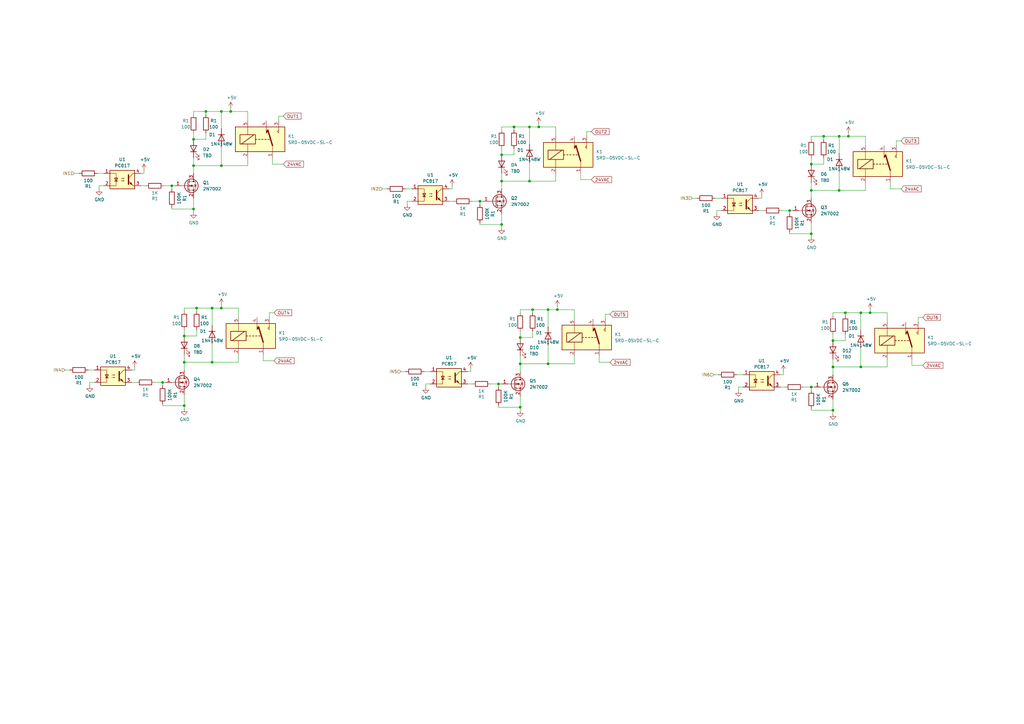
<source format=kicad_sch>
(kicad_sch (version 20230121) (generator eeschema)
  (paper "A3")
  (junction (at 205.74 74.295))
  (junction (at 75.565 137.795))
  (junction (at 75.565 148.59))
  (junction (at 347.98 55.88))
  (junction (at 323.85 86.36))
  (junction (at 346.71 128.27))
  (junction (at 213.36 149.225))
  (junction (at 196.85 82.55))
  (junction (at 344.17 78.105))
  (junction (at 86.995 148.59))
  (junction (at 344.17 55.88))
  (junction (at 217.17 74.295))
  (junction (at 341.63 139.7))
  (junction (at 79.375 85.725))
  (junction (at 228.6 127))
  (junction (at 90.805 126.365))
  (junction (at 86.995 126.365))
  (junction (at 353.06 128.27))
  (junction (at 90.805 45.72))
  (junction (at 84.455 45.72))
  (junction (at 332.74 158.75))
  (junction (at 341.63 168.275))
  (junction (at 79.375 57.15))
  (junction (at 66.675 156.845))
  (junction (at 332.74 67.31))
  (junction (at 224.79 149.225))
  (junction (at 332.74 78.105))
  (junction (at 341.63 150.495))
  (junction (at 356.87 128.27))
  (junction (at 94.615 45.72))
  (junction (at 70.485 76.2))
  (junction (at 353.06 150.495))
  (junction (at 205.74 63.5))
  (junction (at 224.79 127))
  (junction (at 220.98 52.07))
  (junction (at 332.74 95.885))
  (junction (at 210.82 52.07))
  (junction (at 213.36 167.005))
  (junction (at 205.74 92.075))
  (junction (at 217.17 52.07))
  (junction (at 213.36 138.43))
  (junction (at 79.375 67.945))
  (junction (at 204.47 157.48))
  (junction (at 75.565 166.37))
  (junction (at 80.645 126.365))
  (junction (at 90.805 67.945))
  (junction (at 337.82 55.88))
  (junction (at 218.44 127))
  (wire (pts (xy 329.565 158.75) (xy 332.74 158.75)))
  (wire (pts (xy 337.82 55.88) (xy 332.74 55.88)))
  (wire (pts (xy 94.615 44.45) (xy 94.615 45.72)))
  (wire (pts (xy 84.455 54.61) (xy 84.455 57.15)))
  (wire (pts (xy 75.565 135.255) (xy 75.565 137.795)))
  (wire (pts (xy 347.98 55.88) (xy 354.965 55.88)))
  (wire (pts (xy 218.44 135.89) (xy 218.44 138.43)))
  (wire (pts (xy 374.015 149.86) (xy 378.46 149.86)))
  (wire (pts (xy 101.6 45.72) (xy 101.6 49.53)))
  (wire (pts (xy 210.82 52.07) (xy 210.82 53.34)))
  (wire (pts (xy 63.5 156.845) (xy 66.675 156.845)))
  (wire (pts (xy 26.67 151.765) (xy 28.575 151.765)))
  (wire (pts (xy 79.375 45.72) (xy 79.375 46.99)))
  (wire (pts (xy 210.82 60.96) (xy 210.82 63.5)))
  (wire (pts (xy 205.74 60.96) (xy 205.74 63.5)))
  (wire (pts (xy 57.785 76.2) (xy 59.69 76.2)))
  (wire (pts (xy 363.855 128.27) (xy 363.855 132.08)))
  (wire (pts (xy 292.735 153.67) (xy 294.64 153.67)))
  (wire (pts (xy 346.71 128.27) (xy 341.63 128.27)))
  (wire (pts (xy 107.95 145.415) (xy 107.95 147.955)))
  (wire (pts (xy 156.845 77.47) (xy 158.75 77.47)))
  (wire (pts (xy 235.585 146.05) (xy 235.585 149.225)))
  (wire (pts (xy 30.48 71.12) (xy 32.385 71.12)))
  (wire (pts (xy 248.285 128.905) (xy 250.19 128.905)))
  (wire (pts (xy 110.49 128.27) (xy 112.395 128.27)))
  (wire (pts (xy 365.125 77.47) (xy 369.57 77.47)))
  (wire (pts (xy 332.74 158.75) (xy 334.01 158.75)))
  (wire (pts (xy 75.565 166.37) (xy 75.565 167.64)))
  (wire (pts (xy 53.975 156.845) (xy 55.88 156.845)))
  (wire (pts (xy 344.17 78.105) (xy 344.17 70.485)))
  (wire (pts (xy 205.74 52.07) (xy 205.74 53.34)))
  (wire (pts (xy 227.965 52.07) (xy 227.965 55.88)))
  (wire (pts (xy 354.965 55.88) (xy 354.965 59.69)))
  (wire (pts (xy 346.71 139.7) (xy 341.63 139.7)))
  (wire (pts (xy 332.74 78.105) (xy 344.17 78.105)))
  (wire (pts (xy 294.005 86.36) (xy 294.005 87.63)))
  (wire (pts (xy 36.195 151.765) (xy 38.735 151.765)))
  (wire (pts (xy 353.06 150.495) (xy 353.06 142.875)))
  (wire (pts (xy 213.36 135.89) (xy 213.36 138.43)))
  (wire (pts (xy 75.565 126.365) (xy 75.565 127.635)))
  (wire (pts (xy 341.63 163.83) (xy 341.63 168.275)))
  (wire (pts (xy 94.615 45.72) (xy 101.6 45.72)))
  (wire (pts (xy 228.6 127) (xy 235.585 127)))
  (wire (pts (xy 320.04 158.75) (xy 321.945 158.75)))
  (wire (pts (xy 205.74 74.295) (xy 217.17 74.295)))
  (wire (pts (xy 210.82 63.5) (xy 205.74 63.5)))
  (wire (pts (xy 218.44 127) (xy 218.44 128.27)))
  (wire (pts (xy 55.245 151.765) (xy 55.245 150.495)))
  (wire (pts (xy 101.6 64.77) (xy 101.6 67.945)))
  (wire (pts (xy 84.455 57.15) (xy 79.375 57.15)))
  (wire (pts (xy 353.06 150.495) (xy 363.855 150.495)))
  (wire (pts (xy 75.565 148.59) (xy 75.565 151.765)))
  (wire (pts (xy 42.545 76.2) (xy 40.64 76.2)))
  (wire (pts (xy 204.47 167.005) (xy 213.36 167.005)))
  (wire (pts (xy 79.375 64.77) (xy 79.375 67.945)))
  (wire (pts (xy 245.745 146.05) (xy 245.745 148.59)))
  (wire (pts (xy 164.465 152.4) (xy 166.37 152.4)))
  (wire (pts (xy 240.665 53.975) (xy 242.57 53.975)))
  (wire (pts (xy 320.04 153.67) (xy 321.31 153.67)))
  (wire (pts (xy 304.8 158.75) (xy 302.895 158.75)))
  (wire (pts (xy 337.82 55.88) (xy 337.82 57.15)))
  (wire (pts (xy 75.565 148.59) (xy 86.995 148.59)))
  (wire (pts (xy 238.125 73.66) (xy 242.57 73.66)))
  (wire (pts (xy 201.295 157.48) (xy 204.47 157.48)))
  (wire (pts (xy 80.645 137.795) (xy 75.565 137.795)))
  (wire (pts (xy 347.98 54.61) (xy 347.98 55.88)))
  (wire (pts (xy 59.055 71.12) (xy 59.055 69.85)))
  (wire (pts (xy 80.645 126.365) (xy 75.565 126.365)))
  (wire (pts (xy 220.98 50.8) (xy 220.98 52.07)))
  (wire (pts (xy 341.63 147.32) (xy 341.63 150.495)))
  (wire (pts (xy 86.995 126.365) (xy 90.805 126.365)))
  (wire (pts (xy 217.17 52.07) (xy 210.82 52.07)))
  (wire (pts (xy 90.805 52.705) (xy 90.805 45.72)))
  (wire (pts (xy 238.125 71.12) (xy 238.125 73.66)))
  (wire (pts (xy 185.42 77.47) (xy 185.42 76.2)))
  (wire (pts (xy 191.77 152.4) (xy 193.04 152.4)))
  (wire (pts (xy 344.17 55.88) (xy 337.82 55.88)))
  (wire (pts (xy 97.79 126.365) (xy 97.79 130.175)))
  (wire (pts (xy 86.995 126.365) (xy 80.645 126.365)))
  (wire (pts (xy 332.74 74.93) (xy 332.74 78.105)))
  (wire (pts (xy 66.675 156.845) (xy 67.945 156.845)))
  (wire (pts (xy 224.79 127) (xy 228.6 127)))
  (wire (pts (xy 323.85 95.885) (xy 332.74 95.885)))
  (wire (pts (xy 344.17 62.865) (xy 344.17 55.88)))
  (wire (pts (xy 217.17 74.295) (xy 227.965 74.295)))
  (wire (pts (xy 213.36 146.05) (xy 213.36 149.225)))
  (wire (pts (xy 210.82 52.07) (xy 205.74 52.07)))
  (wire (pts (xy 191.77 157.48) (xy 193.675 157.48)))
  (wire (pts (xy 332.74 160.02) (xy 332.74 158.75)))
  (wire (pts (xy 107.95 147.955) (xy 112.395 147.955)))
  (wire (pts (xy 196.85 92.075) (xy 205.74 92.075)))
  (wire (pts (xy 323.85 95.885) (xy 323.85 95.25)))
  (wire (pts (xy 193.04 152.4) (xy 193.04 151.13)))
  (wire (pts (xy 224.79 127) (xy 218.44 127)))
  (wire (pts (xy 346.71 128.27) (xy 346.71 129.54)))
  (wire (pts (xy 311.15 86.36) (xy 313.055 86.36)))
  (wire (pts (xy 166.37 77.47) (xy 168.91 77.47)))
  (wire (pts (xy 167.005 82.55) (xy 167.005 83.82)))
  (wire (pts (xy 204.47 167.005) (xy 204.47 166.37)))
  (wire (pts (xy 332.74 55.88) (xy 332.74 57.15)))
  (wire (pts (xy 341.63 137.16) (xy 341.63 139.7)))
  (wire (pts (xy 332.74 78.105) (xy 332.74 81.28)))
  (wire (pts (xy 205.74 74.295) (xy 205.74 77.47)))
  (wire (pts (xy 213.36 127) (xy 213.36 128.27)))
  (wire (pts (xy 376.555 130.175) (xy 378.46 130.175)))
  (wire (pts (xy 217.17 74.295) (xy 217.17 66.675)))
  (wire (pts (xy 90.805 45.72) (xy 84.455 45.72)))
  (wire (pts (xy 75.565 161.925) (xy 75.565 166.37)))
  (wire (pts (xy 376.555 132.08) (xy 376.555 130.175)))
  (wire (pts (xy 114.3 47.625) (xy 116.205 47.625)))
  (wire (pts (xy 204.47 157.48) (xy 205.74 157.48)))
  (wire (pts (xy 196.85 82.55) (xy 198.12 82.55)))
  (wire (pts (xy 66.675 166.37) (xy 75.565 166.37)))
  (wire (pts (xy 90.805 45.72) (xy 94.615 45.72)))
  (wire (pts (xy 196.85 83.82) (xy 196.85 82.55)))
  (wire (pts (xy 224.79 149.225) (xy 235.585 149.225)))
  (wire (pts (xy 235.585 127) (xy 235.585 130.81)))
  (wire (pts (xy 184.15 82.55) (xy 186.055 82.55)))
  (wire (pts (xy 111.76 67.31) (xy 116.205 67.31)))
  (wire (pts (xy 224.79 149.225) (xy 224.79 141.605)))
  (wire (pts (xy 311.15 81.28) (xy 312.42 81.28)))
  (wire (pts (xy 323.85 86.36) (xy 325.12 86.36)))
  (wire (pts (xy 218.44 138.43) (xy 213.36 138.43)))
  (wire (pts (xy 344.17 78.105) (xy 354.965 78.105)))
  (wire (pts (xy 220.98 52.07) (xy 227.965 52.07)))
  (wire (pts (xy 174.625 157.48) (xy 174.625 158.75)))
  (wire (pts (xy 70.485 76.2) (xy 71.755 76.2)))
  (wire (pts (xy 70.485 85.725) (xy 79.375 85.725)))
  (wire (pts (xy 80.645 126.365) (xy 80.645 127.635)))
  (wire (pts (xy 341.63 128.27) (xy 341.63 129.54)))
  (wire (pts (xy 36.83 156.845) (xy 36.83 158.115)))
  (wire (pts (xy 356.87 128.27) (xy 363.855 128.27)))
  (wire (pts (xy 70.485 85.725) (xy 70.485 85.09)))
  (wire (pts (xy 295.91 86.36) (xy 294.005 86.36)))
  (wire (pts (xy 320.675 86.36) (xy 323.85 86.36)))
  (wire (pts (xy 66.675 166.37) (xy 66.675 165.735)))
  (wire (pts (xy 176.53 157.48) (xy 174.625 157.48)))
  (wire (pts (xy 86.995 133.35) (xy 86.995 126.365)))
  (wire (pts (xy 184.15 77.47) (xy 185.42 77.47)))
  (wire (pts (xy 40.005 71.12) (xy 42.545 71.12)))
  (wire (pts (xy 293.37 81.28) (xy 295.91 81.28)))
  (wire (pts (xy 213.36 162.56) (xy 213.36 167.005)))
  (wire (pts (xy 86.995 148.59) (xy 97.79 148.59)))
  (wire (pts (xy 204.47 158.75) (xy 204.47 157.48)))
  (wire (pts (xy 53.975 151.765) (xy 55.245 151.765)))
  (wire (pts (xy 67.31 76.2) (xy 70.485 76.2)))
  (wire (pts (xy 217.17 59.055) (xy 217.17 52.07)))
  (wire (pts (xy 323.85 87.63) (xy 323.85 86.36)))
  (wire (pts (xy 90.805 126.365) (xy 97.79 126.365)))
  (wire (pts (xy 341.63 168.275) (xy 341.63 169.545)))
  (wire (pts (xy 332.74 168.275) (xy 332.74 167.64)))
  (wire (pts (xy 75.565 145.415) (xy 75.565 148.59)))
  (wire (pts (xy 332.74 95.885) (xy 332.74 97.155)))
  (wire (pts (xy 240.665 55.88) (xy 240.665 53.975)))
  (wire (pts (xy 66.675 158.115) (xy 66.675 156.845)))
  (wire (pts (xy 213.36 149.225) (xy 213.36 152.4)))
  (wire (pts (xy 337.82 64.77) (xy 337.82 67.31)))
  (wire (pts (xy 227.965 71.12) (xy 227.965 74.295)))
  (wire (pts (xy 111.76 64.77) (xy 111.76 67.31)))
  (wire (pts (xy 86.995 148.59) (xy 86.995 140.97)))
  (wire (pts (xy 196.85 92.075) (xy 196.85 91.44)))
  (wire (pts (xy 79.375 54.61) (xy 79.375 57.15)))
  (wire (pts (xy 312.42 81.28) (xy 312.42 80.01)))
  (wire (pts (xy 344.17 55.88) (xy 347.98 55.88)))
  (wire (pts (xy 283.845 81.28) (xy 285.75 81.28)))
  (wire (pts (xy 302.26 153.67) (xy 304.8 153.67)))
  (wire (pts (xy 367.665 59.69) (xy 367.665 57.785)))
  (wire (pts (xy 97.79 145.415) (xy 97.79 148.59)))
  (wire (pts (xy 213.36 149.225) (xy 224.79 149.225)))
  (wire (pts (xy 84.455 45.72) (xy 84.455 46.99)))
  (wire (pts (xy 79.375 67.945) (xy 90.805 67.945)))
  (wire (pts (xy 80.645 135.255) (xy 80.645 137.795)))
  (wire (pts (xy 302.895 158.75) (xy 302.895 160.02)))
  (wire (pts (xy 84.455 45.72) (xy 79.375 45.72)))
  (wire (pts (xy 70.485 77.47) (xy 70.485 76.2)))
  (wire (pts (xy 353.06 128.27) (xy 356.87 128.27)))
  (wire (pts (xy 321.31 153.67) (xy 321.31 152.4)))
  (wire (pts (xy 363.855 147.32) (xy 363.855 150.495)))
  (wire (pts (xy 193.675 82.55) (xy 196.85 82.55)))
  (wire (pts (xy 168.91 82.55) (xy 167.005 82.55)))
  (wire (pts (xy 245.745 148.59) (xy 250.19 148.59)))
  (wire (pts (xy 90.805 67.945) (xy 90.805 60.325)))
  (wire (pts (xy 110.49 130.175) (xy 110.49 128.27)))
  (wire (pts (xy 217.17 52.07) (xy 220.98 52.07)))
  (wire (pts (xy 114.3 49.53) (xy 114.3 47.625)))
  (wire (pts (xy 228.6 125.73) (xy 228.6 127)))
  (wire (pts (xy 353.06 135.255) (xy 353.06 128.27)))
  (wire (pts (xy 213.36 167.005) (xy 213.36 168.275)))
  (wire (pts (xy 346.71 137.16) (xy 346.71 139.7)))
  (wire (pts (xy 354.965 74.93) (xy 354.965 78.105)))
  (wire (pts (xy 57.785 71.12) (xy 59.055 71.12)))
  (wire (pts (xy 79.375 67.945) (xy 79.375 71.12)))
  (wire (pts (xy 332.74 168.275) (xy 341.63 168.275)))
  (wire (pts (xy 218.44 127) (xy 213.36 127)))
  (wire (pts (xy 248.285 130.81) (xy 248.285 128.905)))
  (wire (pts (xy 367.665 57.785) (xy 369.57 57.785)))
  (wire (pts (xy 337.82 67.31) (xy 332.74 67.31)))
  (wire (pts (xy 40.64 76.2) (xy 40.64 77.47)))
  (wire (pts (xy 341.63 150.495) (xy 341.63 153.67)))
  (wire (pts (xy 205.74 71.12) (xy 205.74 74.295)))
  (wire (pts (xy 353.06 128.27) (xy 346.71 128.27)))
  (wire (pts (xy 205.74 87.63) (xy 205.74 92.075)))
  (wire (pts (xy 79.375 81.28) (xy 79.375 85.725)))
  (wire (pts (xy 90.805 125.095) (xy 90.805 126.365)))
  (wire (pts (xy 332.74 91.44) (xy 332.74 95.885)))
  (wire (pts (xy 332.74 64.77) (xy 332.74 67.31)))
  (wire (pts (xy 90.805 67.945) (xy 101.6 67.945)))
  (wire (pts (xy 224.79 133.985) (xy 224.79 127)))
  (wire (pts (xy 374.015 147.32) (xy 374.015 149.86)))
  (wire (pts (xy 341.63 150.495) (xy 353.06 150.495)))
  (wire (pts (xy 38.735 156.845) (xy 36.83 156.845)))
  (wire (pts (xy 356.87 127) (xy 356.87 128.27)))
  (wire (pts (xy 173.99 152.4) (xy 176.53 152.4)))
  (wire (pts (xy 205.74 92.075) (xy 205.74 93.345)))
  (wire (pts (xy 79.375 85.725) (xy 79.375 86.995)))
  (wire (pts (xy 365.125 74.93) (xy 365.125 77.47)))
  (global_label "OUT3" (shape input) (at 369.57 57.785 0) (property "Intersheetrefs" "${INTERSHEET_REFS}" (effects hide)))
  (global_label "24VAC" (shape input) (at 378.46 149.86 0) (property "Intersheetrefs" "${INTERSHEET_REFS}" (effects hide)))
  (global_label "OUT1" (shape input) (at 116.205 47.625 0) (property "Intersheetrefs" "${INTERSHEET_REFS}" (effects hide)))
  (global_label "OUT6" (shape input) (at 378.46 130.175 0) (property "Intersheetrefs" "${INTERSHEET_REFS}" (effects hide)))
  (global_label "24VAC" (shape input) (at 112.395 147.955 0) (property "Intersheetrefs" "${INTERSHEET_REFS}" (effects hide)))
  (global_label "OUT4" (shape input) (at 112.395 128.27 0) (property "Intersheetrefs" "${INTERSHEET_REFS}" (effects hide)))
  (global_label "24VAC" (shape input) (at 369.57 77.47 0) (property "Intersheetrefs" "${INTERSHEET_REFS}" (effects hide)))
  (global_label "OUT2" (shape input) (at 242.57 53.975 0) (property "Intersheetrefs" "${INTERSHEET_REFS}" (effects hide)))
  (global_label "24VAC" (shape input) (at 116.205 67.31 0) (property "Intersheetrefs" "${INTERSHEET_REFS}" (effects hide)))
  (global_label "24VAC" (shape input) (at 250.19 148.59 0) (property "Intersheetrefs" "${INTERSHEET_REFS}" (effects hide)))
  (global_label "24VAC" (shape input) (at 242.57 73.66 0) (property "Intersheetrefs" "${INTERSHEET_REFS}" (effects hide)))
  (global_label "OUT5" (shape input) (at 250.19 128.905 0) (property "Intersheetrefs" "${INTERSHEET_REFS}" (effects hide)))
  (hierarchical_label "IN6" (shape input) (at 292.735 153.67 180))
  (hierarchical_label "IN5" (shape input) (at 164.465 152.4 180))
  (hierarchical_label "IN3" (shape input) (at 283.845 81.28 180))
  (hierarchical_label "IN2" (shape input) (at 156.845 77.47 180))
  (hierarchical_label "IN1" (shape input) (at 30.48 71.12 180))
  (hierarchical_label "IN4" (shape input) (at 26.67 151.765 180))
  (symbol (lib_id "Device:R") (at 332.74 60.96 0) (unit 1)
    (property "Reference" "R1" (at 329.565 59.69 0))
    (property "Value" "100" (at 329.565 62.23 0))
    (property "Footprint" "Resistor_SMD:R_0603_1608Metric" (effects hide))
    (property "MOUNTING_TECHNOLOGY" "SMD" (effects hide))
    (property "PACKAGE_TYPE" "0603" (effects hide))
    (property "Description" "RES 0 OHM JUMPER 1/10W 0603" (effects hide))
    (property "Manufacturer" "Stackpole Electronics Inc" (effects hide))
    (property "Mfg Part #" "RMCF0603ZT0R00" (effects hide))
    (instances (project "Nodo_Actuadores" (path "" (reference "R1") (unit 1)) (path "" (reference "R11") (unit 1))) (project "fuente" (path "" (reference "R124") (unit 1))))
  )
  (symbol (lib_id "power:GND") (at 332.74 97.155 0) (unit 1)
    (property "Reference" "#PWR05" (effects hide))
    (property "Value" "~" (at 332.867 101.5492 0))
    (instances (project "Nodo_Actuadores" (path "" (reference "#PWR05") (unit 1)) (path "" (reference "#PWR012") (unit 1))) (project "fuente" (path "" (reference "#PWR0123") (unit 1))))
  )
  (symbol (lib_id "Device:D") (at 224.79 137.795 270) (unit 1)
    (property "Reference" "D1" (at 219.71 136.525 90) (effects (justify left)))
    (property "Value" "1N4148W" (at 220.345 140.335 90) (effects (justify left)))
    (property "Footprint" "Diode_SMD:D_SOD-123" (effects hide))
    (property "Datasheet" "https://articulo.mercadolibre.com.ar/MLA-605300870-set-x-10-diodos-smd-1n4148w-bav16w-codigo-w1-t4-t6-a2-1n4148-_JM#position=6&search_layout=grid&type=item&tracking_id=11c61175-ee6e-4924-a715-e202d5289eef" (effects hide))
    (property "Sim.Device" "D" (effects hide))
    (property "Sim.Pins" "1=K 2=A" (effects hide))
    (instances (project "Nodo_Actuadores" (path "" (reference "D1") (unit 1)) (path "" (reference "D9") (unit 1))))
  )
  (symbol (lib_id "Transistor_FET:2N7002") (at 210.82 157.48 0) (unit 1)
    (property "Reference" "Q5" (at 217.17 156.21 0) (effects (justify left)))
    (property "Value" "2N7002" (at 217.17 158.75 0) (effects (justify left)))
    (property "Footprint" "Package_TO_SOT_SMD:SOT-23" (effects hide))
    (property "Datasheet" "https://www.onsemi.com/pub/Collateral/NDS7002A-D.PDF" (effects hide))
  )
  (symbol (lib_id "Transistor_FET:2N7002") (at 73.025 156.845 0) (unit 1)
    (property "Reference" "Q4" (at 79.375 155.575 0) (effects (justify left)))
    (property "Value" "2N7002" (at 79.375 158.115 0) (effects (justify left)))
    (property "Footprint" "Package_TO_SOT_SMD:SOT-23" (effects hide))
    (property "Datasheet" "https://www.onsemi.com/pub/Collateral/NDS7002A-D.PDF" (effects hide))
  )
  (symbol (lib_id "power:+5V") (at 59.055 69.85 0) (unit 1)
    (property "Reference" "#PWR04" (effects hide))
    (property "Value" "+5V" (at 59.436 65.4558 0))
    (instances (project "Nodo_Actuadores" (path "" (reference "#PWR04") (unit 1)) (path "" (reference "#PWR06") (unit 1))) (project "fuente" (path "" (reference "#PWR0121") (unit 1))))
  )
  (symbol (lib_id "power:+5V") (at 94.615 44.45 0) (unit 1)
    (property "Reference" "#PWR04" (effects hide))
    (property "Value" "+5V" (at 94.996 40.0558 0))
    (instances (project "Nodo_Actuadores" (path "" (reference "#PWR04") (unit 1)) (path "" (reference "#PWR04") (unit 1))) (project "fuente" (path "" (reference "#PWR0121") (unit 1))))
  )
  (symbol (lib_id "power:+5V") (at 185.42 76.2 0) (unit 1)
    (property "Reference" "#PWR04" (effects hide))
    (property "Value" "+5V" (at 185.801 71.8058 0))
    (instances (project "Nodo_Actuadores" (path "" (reference "#PWR04") (unit 1)) (path "" (reference "#PWR05") (unit 1))) (project "fuente" (path "" (reference "#PWR0121") (unit 1))))
  )
  (symbol (lib_id "power:+5V") (at 321.31 152.4 0) (unit 1)
    (property "Reference" "#PWR04" (effects hide))
    (property "Value" "+5V" (at 321.691 148.0058 0))
    (instances (project "Nodo_Actuadores" (path "" (reference "#PWR04") (unit 1)) (path "" (reference "#PWR022") (unit 1))) (project "fuente" (path "" (reference "#PWR0121") (unit 1))))
  )
  (symbol (lib_id "Device:R") (at 332.74 163.83 180) (unit 1)
    (property "Reference" "R1" (at 337.9978 163.83 90))
    (property "Value" "100K" (at 335.6864 163.83 90))
    (property "Footprint" "Resistor_SMD:R_0603_1608Metric" (effects hide))
    (property "MOUNTING_TECHNOLOGY" "SMD" (effects hide))
    (property "PACKAGE_TYPE" "0603" (effects hide))
    (property "Description" "RES 0 OHM JUMPER 1/10W 0603" (effects hide))
    (property "Manufacturer" "Stackpole Electronics Inc" (effects hide))
    (property "Mfg Part #" "RMCF0603ZT0R00" (effects hide))
    (instances (project "Nodo_Actuadores" (path "" (reference "R1") (unit 1)) (path "" (reference "R30") (unit 1))) (project "fuente" (path "" (reference "R124") (unit 1))))
  )
  (symbol (lib_id "Device:LED") (at 332.74 71.12 90) (unit 1)
    (property "Reference" "D6" (at 336.55 71.4375 90) (effects (justify right)))
    (property "Value" "TBD" (at 336.55 73.9775 90) (effects (justify right)))
    (property "Footprint" "LED_SMD:LED_0603_1608Metric_Pad1.05x0.95mm_HandSolder" (effects hide))
  )
  (symbol (lib_id "Device:R") (at 59.69 156.845 90) (unit 1)
    (property "Reference" "R1" (at 59.69 162.1028 90))
    (property "Value" "1K" (at 59.69 159.7914 90))
    (property "Footprint" "Resistor_SMD:R_0603_1608Metric" (effects hide))
    (property "MOUNTING_TECHNOLOGY" "SMD" (effects hide))
    (property "PACKAGE_TYPE" "0603" (effects hide))
    (property "Description" "RES 0 OHM JUMPER 1/10W 0603" (effects hide))
    (property "Manufacturer" "Stackpole Electronics Inc" (effects hide))
    (property "Mfg Part #" "RMCF0603ZT0R00" (effects hide))
    (instances (project "Nodo_Actuadores" (path "" (reference "R1") (unit 1)) (path "" (reference "R19") (unit 1))) (project "fuente" (path "" (reference "R124") (unit 1))))
  )
  (symbol (lib_id "Relay:SANYOU_SRD_Form_C") (at 102.87 137.795 0) (unit 1)
    (property "Reference" "K1" (at 114.3 136.525 0) (effects (justify left)))
    (property "Value" "SRD-05VDC-SL-C " (at 114.3 139.065 0) (effects (justify left)))
    (property "Footprint" "Relay_THT:Relay_SPDT_SANYOU_SRD_Series_Form_C" (effects hide))
    (property "Datasheet" "https://articulo.mercadolibre.com.ar/MLA-1372301239-10-unidades-relay-5v-10a-250v-srd-05vdc-sl-c-rele-srd05v-_JM#position=3&search_layout=grid&type=item&tracking_id=30e7feca-ff2d-4ffd-b478-2db97f58e77b" (effects hide))
    (instances (project "Nodo_Actuadores" (path "" (reference "K1") (unit 1)) (path "" (reference "K4") (unit 1))))
  )
  (symbol (lib_id "Device:R") (at 197.485 157.48 90) (unit 1)
    (property "Reference" "R1" (at 197.485 162.7378 90))
    (property "Value" "1K" (at 197.485 160.4264 90))
    (property "Footprint" "Resistor_SMD:R_0603_1608Metric" (effects hide))
    (property "MOUNTING_TECHNOLOGY" "SMD" (effects hide))
    (property "PACKAGE_TYPE" "0603" (effects hide))
    (property "Description" "RES 0 OHM JUMPER 1/10W 0603" (effects hide))
    (property "Manufacturer" "Stackpole Electronics Inc" (effects hide))
    (property "Mfg Part #" "RMCF0603ZT0R00" (effects hide))
    (instances (project "Nodo_Actuadores" (path "" (reference "R1") (unit 1)) (path "" (reference "R24") (unit 1))) (project "fuente" (path "" (reference "R124") (unit 1))))
  )
  (symbol (lib_id "Device:R") (at 325.755 158.75 90) (unit 1)
    (property "Reference" "R1" (at 325.755 164.0078 90))
    (property "Value" "1K" (at 325.755 161.6964 90))
    (property "Footprint" "Resistor_SMD:R_0603_1608Metric" (effects hide))
    (property "MOUNTING_TECHNOLOGY" "SMD" (effects hide))
    (property "PACKAGE_TYPE" "0603" (effects hide))
    (property "Description" "RES 0 OHM JUMPER 1/10W 0603" (effects hide))
    (property "Manufacturer" "Stackpole Electronics Inc" (effects hide))
    (property "Mfg Part #" "RMCF0603ZT0R00" (effects hide))
    (instances (project "Nodo_Actuadores" (path "" (reference "R1") (unit 1)) (path "" (reference "R29") (unit 1))) (project "fuente" (path "" (reference "R124") (unit 1))))
  )
  (symbol (lib_id "Transistor_FET:2N7002") (at 339.09 158.75 0) (unit 1)
    (property "Reference" "Q6" (at 345.44 157.48 0) (effects (justify left)))
    (property "Value" "2N7002" (at 345.44 160.02 0) (effects (justify left)))
    (property "Footprint" "Package_TO_SOT_SMD:SOT-23" (effects hide))
    (property "Datasheet" "https://www.onsemi.com/pub/Collateral/NDS7002A-D.PDF" (effects hide))
  )
  (symbol (lib_id "power:+5V") (at 90.805 125.095 0) (unit 1)
    (property "Reference" "#PWR04" (effects hide))
    (property "Value" "+5V" (at 91.186 120.7008 0))
    (instances (project "Nodo_Actuadores" (path "" (reference "#PWR04") (unit 1)) (path "" (reference "#PWR013") (unit 1))) (project "fuente" (path "" (reference "#PWR0121") (unit 1))))
  )
  (symbol (lib_id "Relay:SANYOU_SRD_Form_C") (at 233.045 63.5 0) (unit 1)
    (property "Reference" "K1" (at 244.475 62.23 0) (effects (justify left)))
    (property "Value" "SRD-05VDC-SL-C " (at 244.475 64.77 0) (effects (justify left)))
    (property "Footprint" "Relay_THT:Relay_SPDT_SANYOU_SRD_Series_Form_C" (effects hide))
    (property "Datasheet" "https://articulo.mercadolibre.com.ar/MLA-1372301239-10-unidades-relay-5v-10a-250v-srd-05vdc-sl-c-rele-srd05v-_JM#position=3&search_layout=grid&type=item&tracking_id=30e7feca-ff2d-4ffd-b478-2db97f58e77b" (effects hide))
    (instances (project "Nodo_Actuadores" (path "" (reference "K1") (unit 1)) (path "" (reference "K2") (unit 1))))
  )
  (symbol (lib_id "Isolator:PC817") (at 184.15 154.94 0) (unit 1)
    (property "Reference" "U1" (at 184.15 146.685 0))
    (property "Value" "PC817" (at 184.15 149.225 0))
    (property "Footprint" "Package_DIP:DIP-4_W8.89mm_SMDSocket_LongPads" (effects hide))
    (property "Datasheet" "http://www.soselectronic.cz/a_info/resource/d/pc817.pdf" (effects hide))
    (instances (project "Nodo_Actuadores" (path "" (reference "U1") (unit 1)) (path "" (reference "U6") (unit 1))))
  )
  (symbol (lib_id "power:GND") (at 213.36 168.275 0) (unit 1)
    (property "Reference" "#PWR05" (effects hide))
    (property "Value" "~" (at 213.487 172.6692 0))
    (instances (project "Nodo_Actuadores" (path "" (reference "#PWR05") (unit 1)) (path "" (reference "#PWR020") (unit 1))) (project "fuente" (path "" (reference "#PWR0123") (unit 1))))
  )
  (symbol (lib_id "Device:R") (at 189.865 82.55 90) (unit 1)
    (property "Reference" "R1" (at 189.865 87.8078 90))
    (property "Value" "1K" (at 189.865 85.4964 90))
    (property "Footprint" "Resistor_SMD:R_0603_1608Metric" (effects hide))
    (property "MOUNTING_TECHNOLOGY" "SMD" (effects hide))
    (property "PACKAGE_TYPE" "0603" (effects hide))
    (property "Description" "RES 0 OHM JUMPER 1/10W 0603" (effects hide))
    (property "Manufacturer" "Stackpole Electronics Inc" (effects hide))
    (property "Mfg Part #" "RMCF0603ZT0R00" (effects hide))
    (instances (project "Nodo_Actuadores" (path "" (reference "R1") (unit 1)) (path "" (reference "R9") (unit 1))) (project "fuente" (path "" (reference "R124") (unit 1))))
  )
  (symbol (lib_id "Relay:SANYOU_SRD_Form_C") (at 368.935 139.7 0) (unit 1)
    (property "Reference" "K1" (at 380.365 138.43 0) (effects (justify left)))
    (property "Value" "SRD-05VDC-SL-C " (at 380.365 140.97 0) (effects (justify left)))
    (property "Footprint" "Relay_THT:Relay_SPDT_SANYOU_SRD_Series_Form_C" (effects hide))
    (property "Datasheet" "https://articulo.mercadolibre.com.ar/MLA-1372301239-10-unidades-relay-5v-10a-250v-srd-05vdc-sl-c-rele-srd05v-_JM#position=3&search_layout=grid&type=item&tracking_id=30e7feca-ff2d-4ffd-b478-2db97f58e77b" (effects hide))
    (instances (project "Nodo_Actuadores" (path "" (reference "K1") (unit 1)) (path "" (reference "K6") (unit 1))))
  )
  (symbol (lib_id "power:GND") (at 36.83 158.115 0) (unit 1)
    (property "Reference" "#PWR05" (effects hide))
    (property "Value" "~" (at 36.957 162.5092 0))
    (instances (project "Nodo_Actuadores" (path "" (reference "#PWR05") (unit 1)) (path "" (reference "#PWR015") (unit 1))) (project "fuente" (path "" (reference "#PWR0123") (unit 1))))
  )
  (symbol (lib_id "Device:D") (at 353.06 139.065 270) (unit 1)
    (property "Reference" "D1" (at 347.98 137.795 90) (effects (justify left)))
    (property "Value" "1N4148W" (at 348.615 141.605 90) (effects (justify left)))
    (property "Footprint" "Diode_SMD:D_SOD-123" (effects hide))
    (property "Datasheet" "https://articulo.mercadolibre.com.ar/MLA-605300870-set-x-10-diodos-smd-1n4148w-bav16w-codigo-w1-t4-t6-a2-1n4148-_JM#position=6&search_layout=grid&type=item&tracking_id=11c61175-ee6e-4924-a715-e202d5289eef" (effects hide))
    (property "Sim.Device" "D" (effects hide))
    (property "Sim.Pins" "1=K 2=A" (effects hide))
    (instances (project "Nodo_Actuadores" (path "" (reference "D1") (unit 1)) (path "" (reference "D11") (unit 1))))
  )
  (symbol (lib_id "power:GND") (at 167.005 83.82 0) (unit 1)
    (property "Reference" "#PWR05" (effects hide))
    (property "Value" "~" (at 167.132 88.2142 0))
    (instances (project "Nodo_Actuadores" (path "" (reference "#PWR05") (unit 1)) (path "" (reference "#PWR07") (unit 1))) (project "fuente" (path "" (reference "#PWR0123") (unit 1))))
  )
  (symbol (lib_id "Device:LED") (at 341.63 143.51 90) (unit 1)
    (property "Reference" "D12" (at 345.44 143.8275 90) (effects (justify right)))
    (property "Value" "TBD" (at 345.44 146.3675 90) (effects (justify right)))
    (property "Footprint" "LED_SMD:LED_0603_1608Metric_Pad1.05x0.95mm_HandSolder" (effects hide))
  )
  (symbol (lib_id "Device:LED") (at 205.74 67.31 90) (unit 1)
    (property "Reference" "D4" (at 209.55 67.6275 90) (effects (justify right)))
    (property "Value" "TBD" (at 209.55 70.1675 90) (effects (justify right)))
    (property "Footprint" "LED_SMD:LED_0603_1608Metric_Pad1.05x0.95mm_HandSolder" (effects hide))
  )
  (symbol (lib_id "Transistor_FET:2N7002") (at 330.2 86.36 0) (unit 1)
    (property "Reference" "Q3" (at 336.55 85.09 0) (effects (justify left)))
    (property "Value" "2N7002" (at 336.55 87.63 0) (effects (justify left)))
    (property "Footprint" "Package_TO_SOT_SMD:SOT-23" (effects hide))
    (property "Datasheet" "https://www.onsemi.com/pub/Collateral/NDS7002A-D.PDF" (effects hide))
  )
  (symbol (lib_id "Isolator:PC817") (at 176.53 80.01 0) (unit 1)
    (property "Reference" "U1" (at 176.53 71.755 0))
    (property "Value" "PC817" (at 176.53 74.295 0))
    (property "Footprint" "Package_DIP:DIP-4_W8.89mm_SMDSocket_LongPads" (effects hide))
    (property "Datasheet" "http://www.soselectronic.cz/a_info/resource/d/pc817.pdf" (effects hide))
    (instances (project "Nodo_Actuadores" (path "" (reference "U1") (unit 1)) (path "" (reference "U2") (unit 1))))
  )
  (symbol (lib_id "Device:R") (at 80.645 131.445 0) (unit 1)
    (property "Reference" "R1" (at 83.82 130.175 0))
    (property "Value" "100" (at 83.82 132.715 0))
    (property "Footprint" "Resistor_SMD:R_0603_1608Metric" (effects hide))
    (property "MOUNTING_TECHNOLOGY" "SMD" (effects hide))
    (property "PACKAGE_TYPE" "0603" (effects hide))
    (property "Description" "RES 0 OHM JUMPER 1/10W 0603" (effects hide))
    (property "Manufacturer" "Stackpole Electronics Inc" (effects hide))
    (property "Mfg Part #" "RMCF0603ZT0R00" (effects hide))
    (instances (project "Nodo_Actuadores" (path "" (reference "R1") (unit 1)) (path "" (reference "R17") (unit 1))) (project "fuente" (path "" (reference "R124") (unit 1))))
  )
  (symbol (lib_id "Isolator:PC817") (at 50.165 73.66 0) (unit 1)
    (property "Reference" "U1" (at 50.165 65.405 0))
    (property "Value" "PC817" (at 50.165 67.945 0))
    (property "Footprint" "Package_DIP:DIP-4_W8.89mm_SMDSocket_LongPads" (effects hide))
    (property "Datasheet" "http://www.soselectronic.cz/a_info/resource/d/pc817.pdf" (effects hide))
  )
  (symbol (lib_id "Device:R") (at 170.18 152.4 90) (unit 1)
    (property "Reference" "R1" (at 170.18 157.6578 90))
    (property "Value" "100" (at 170.18 155.3464 90))
    (property "Footprint" "Resistor_SMD:R_0603_1608Metric" (effects hide))
    (property "MOUNTING_TECHNOLOGY" "SMD" (effects hide))
    (property "PACKAGE_TYPE" "0603" (effects hide))
    (property "Description" "RES 0 OHM JUMPER 1/10W 0603" (effects hide))
    (property "Manufacturer" "Stackpole Electronics Inc" (effects hide))
    (property "Mfg Part #" "RMCF0603ZT0R00" (effects hide))
    (instances (project "Nodo_Actuadores" (path "" (reference "R1") (unit 1)) (path "" (reference "R23") (unit 1))) (project "fuente" (path "" (reference "R124") (unit 1))))
  )
  (symbol (lib_id "Device:LED") (at 75.565 141.605 90) (unit 1)
    (property "Reference" "D8" (at 79.375 141.9225 90) (effects (justify right)))
    (property "Value" "TBD" (at 79.375 144.4625 90) (effects (justify right)))
    (property "Footprint" "LED_SMD:LED_0603_1608Metric_Pad1.05x0.95mm_HandSolder" (effects hide))
  )
  (symbol (lib_id "Device:D") (at 90.805 56.515 270) (unit 1)
    (property "Reference" "D1" (at 85.725 55.245 90) (effects (justify left)))
    (property "Value" "1N4148W" (at 86.36 59.055 90) (effects (justify left)))
    (property "Footprint" "Diode_SMD:D_SOD-123" (effects hide))
    (property "Datasheet" "https://articulo.mercadolibre.com.ar/MLA-605300870-set-x-10-diodos-smd-1n4148w-bav16w-codigo-w1-t4-t6-a2-1n4148-_JM#position=6&search_layout=grid&type=item&tracking_id=11c61175-ee6e-4924-a715-e202d5289eef" (effects hide))
    (property "Sim.Device" "D" (effects hide))
    (property "Sim.Pins" "1=K 2=A" (effects hide))
  )
  (symbol (lib_id "Device:D") (at 86.995 137.16 270) (unit 1)
    (property "Reference" "D1" (at 81.915 135.89 90) (effects (justify left)))
    (property "Value" "1N4148W" (at 82.55 139.7 90) (effects (justify left)))
    (property "Footprint" "Diode_SMD:D_SOD-123" (effects hide))
    (property "Datasheet" "https://articulo.mercadolibre.com.ar/MLA-605300870-set-x-10-diodos-smd-1n4148w-bav16w-codigo-w1-t4-t6-a2-1n4148-_JM#position=6&search_layout=grid&type=item&tracking_id=11c61175-ee6e-4924-a715-e202d5289eef" (effects hide))
    (property "Sim.Device" "D" (effects hide))
    (property "Sim.Pins" "1=K 2=A" (effects hide))
    (instances (project "Nodo_Actuadores" (path "" (reference "D1") (unit 1)) (path "" (reference "D7") (unit 1))))
  )
  (symbol (lib_id "Isolator:PC817") (at 46.355 154.305 0) (unit 1)
    (property "Reference" "U1" (at 46.355 146.05 0))
    (property "Value" "PC817" (at 46.355 148.59 0))
    (property "Footprint" "Package_DIP:DIP-4_W8.89mm_SMDSocket_LongPads" (effects hide))
    (property "Datasheet" "http://www.soselectronic.cz/a_info/resource/d/pc817.pdf" (effects hide))
    (instances (project "Nodo_Actuadores" (path "" (reference "U1") (unit 1)) (path "" (reference "U5") (unit 1))))
  )
  (symbol (lib_id "Device:D") (at 217.17 62.865 270) (unit 1)
    (property "Reference" "D1" (at 212.09 61.595 90) (effects (justify left)))
    (property "Value" "1N4148W" (at 212.725 65.405 90) (effects (justify left)))
    (property "Footprint" "Diode_SMD:D_SOD-123" (effects hide))
    (property "Datasheet" "https://articulo.mercadolibre.com.ar/MLA-605300870-set-x-10-diodos-smd-1n4148w-bav16w-codigo-w1-t4-t6-a2-1n4148-_JM#position=6&search_layout=grid&type=item&tracking_id=11c61175-ee6e-4924-a715-e202d5289eef" (effects hide))
    (property "Sim.Device" "D" (effects hide))
    (property "Sim.Pins" "1=K 2=A" (effects hide))
    (instances (project "Nodo_Actuadores" (path "" (reference "D1") (unit 1)) (path "" (reference "D3") (unit 1))))
  )
  (symbol (lib_id "Device:R") (at 205.74 57.15 0) (unit 1)
    (property "Reference" "R1" (at 202.565 55.88 0))
    (property "Value" "100" (at 202.565 58.42 0))
    (property "Footprint" "Resistor_SMD:R_0603_1608Metric" (effects hide))
    (property "MOUNTING_TECHNOLOGY" "SMD" (effects hide))
    (property "PACKAGE_TYPE" "0603" (effects hide))
    (property "Description" "RES 0 OHM JUMPER 1/10W 0603" (effects hide))
    (property "Manufacturer" "Stackpole Electronics Inc" (effects hide))
    (property "Mfg Part #" "RMCF0603ZT0R00" (effects hide))
    (instances (project "Nodo_Actuadores" (path "" (reference "R1") (unit 1)) (path "" (reference "R6") (unit 1))) (project "fuente" (path "" (reference "R124") (unit 1))))
  )
  (symbol (lib_id "power:GND") (at 341.63 169.545 0) (unit 1)
    (property "Reference" "#PWR05" (effects hide))
    (property "Value" "~" (at 341.757 173.9392 0))
    (instances (project "Nodo_Actuadores" (path "" (reference "#PWR05") (unit 1)) (path "" (reference "#PWR024") (unit 1))) (project "fuente" (path "" (reference "#PWR0123") (unit 1))))
  )
  (symbol (lib_id "Device:LED") (at 79.375 60.96 90) (unit 1)
    (property "Reference" "D2" (at 83.185 61.2775 90) (effects (justify right)))
    (property "Value" "TBD" (at 83.185 63.8175 90) (effects (justify right)))
    (property "Footprint" "LED_SMD:LED_0603_1608Metric_Pad1.05x0.95mm_HandSolder" (effects hide))
  )
  (symbol (lib_id "power:GND") (at 302.895 160.02 0) (unit 1)
    (property "Reference" "#PWR05" (effects hide))
    (property "Value" "~" (at 303.022 164.4142 0))
    (instances (project "Nodo_Actuadores" (path "" (reference "#PWR05") (unit 1)) (path "" (reference "#PWR023") (unit 1))) (project "fuente" (path "" (reference "#PWR0123") (unit 1))))
  )
  (symbol (lib_id "Device:R") (at 70.485 81.28 180) (unit 1)
    (property "Reference" "R1" (at 75.7428 81.28 90))
    (property "Value" "100K" (at 73.4314 81.28 90))
    (property "Footprint" "Resistor_SMD:R_0603_1608Metric" (effects hide))
    (property "MOUNTING_TECHNOLOGY" "SMD" (effects hide))
    (property "PACKAGE_TYPE" "0603" (effects hide))
    (property "Description" "RES 0 OHM JUMPER 1/10W 0603" (effects hide))
    (property "Manufacturer" "Stackpole Electronics Inc" (effects hide))
    (property "Mfg Part #" "RMCF0603ZT0R00" (effects hide))
    (instances (project "Nodo_Actuadores" (path "" (reference "R1") (unit 1)) (path "" (reference "R3") (unit 1))) (project "fuente" (path "" (reference "R124") (unit 1))))
  )
  (symbol (lib_id "Device:R") (at 218.44 132.08 0) (unit 1)
    (property "Reference" "R1" (at 221.615 130.81 0))
    (property "Value" "100" (at 221.615 133.35 0))
    (property "Footprint" "Resistor_SMD:R_0603_1608Metric" (effects hide))
    (property "MOUNTING_TECHNOLOGY" "SMD" (effects hide))
    (property "PACKAGE_TYPE" "0603" (effects hide))
    (property "Description" "RES 0 OHM JUMPER 1/10W 0603" (effects hide))
    (property "Manufacturer" "Stackpole Electronics Inc" (effects hide))
    (property "Mfg Part #" "RMCF0603ZT0R00" (effects hide))
    (instances (project "Nodo_Actuadores" (path "" (reference "R1") (unit 1)) (path "" (reference "R22") (unit 1))) (project "fuente" (path "" (reference "R124") (unit 1))))
  )
  (symbol (lib_id "Isolator:PC817") (at 312.42 156.21 0) (unit 1)
    (property "Reference" "U1" (at 312.42 147.955 0))
    (property "Value" "PC817" (at 312.42 150.495 0))
    (property "Footprint" "Package_DIP:DIP-4_W8.89mm_SMDSocket_LongPads" (effects hide))
    (property "Datasheet" "http://www.soselectronic.cz/a_info/resource/d/pc817.pdf" (effects hide))
    (instances (project "Nodo_Actuadores" (path "" (reference "U1") (unit 1)) (path "" (reference "U7") (unit 1))))
  )
  (symbol (lib_id "Device:R") (at 323.85 91.44 180) (unit 1)
    (property "Reference" "R1" (at 329.1078 91.44 90))
    (property "Value" "100K" (at 326.7964 91.44 90))
    (property "Footprint" "Resistor_SMD:R_0603_1608Metric" (effects hide))
    (property "MOUNTING_TECHNOLOGY" "SMD" (effects hide))
    (property "PACKAGE_TYPE" "0603" (effects hide))
    (property "Description" "RES 0 OHM JUMPER 1/10W 0603" (effects hide))
    (property "Manufacturer" "Stackpole Electronics Inc" (effects hide))
    (property "Mfg Part #" "RMCF0603ZT0R00" (effects hide))
    (instances (project "Nodo_Actuadores" (path "" (reference "R1") (unit 1)) (path "" (reference "R15") (unit 1))) (project "fuente" (path "" (reference "R124") (unit 1))))
  )
  (symbol (lib_id "Device:R") (at 289.56 81.28 90) (unit 1)
    (property "Reference" "R1" (at 289.56 86.5378 90))
    (property "Value" "100" (at 289.56 84.2264 90))
    (property "Footprint" "Resistor_SMD:R_0603_1608Metric" (effects hide))
    (property "MOUNTING_TECHNOLOGY" "SMD" (effects hide))
    (property "PACKAGE_TYPE" "0603" (effects hide))
    (property "Description" "RES 0 OHM JUMPER 1/10W 0603" (effects hide))
    (property "Manufacturer" "Stackpole Electronics Inc" (effects hide))
    (property "Mfg Part #" "RMCF0603ZT0R00" (effects hide))
    (instances (project "Nodo_Actuadores" (path "" (reference "R1") (unit 1)) (path "" (reference "R13") (unit 1))) (project "fuente" (path "" (reference "R124") (unit 1))))
  )
  (symbol (lib_id "power:+5V") (at 347.98 54.61 0) (unit 1)
    (property "Reference" "#PWR04" (effects hide))
    (property "Value" "+5V" (at 348.361 50.2158 0))
    (instances (project "Nodo_Actuadores" (path "" (reference "#PWR04") (unit 1)) (path "" (reference "#PWR09") (unit 1))) (project "fuente" (path "" (reference "#PWR0121") (unit 1))))
  )
  (symbol (lib_id "Device:R") (at 36.195 71.12 90) (unit 1)
    (property "Reference" "R1" (at 36.195 76.3778 90))
    (property "Value" "100" (at 36.195 74.0664 90))
    (property "Footprint" "Resistor_SMD:R_0603_1608Metric" (effects hide))
    (property "MOUNTING_TECHNOLOGY" "SMD" (effects hide))
    (property "PACKAGE_TYPE" "0603" (effects hide))
    (property "Description" "RES 0 OHM JUMPER 1/10W 0603" (effects hide))
    (property "Manufacturer" "Stackpole Electronics Inc" (effects hide))
    (property "Mfg Part #" "RMCF0603ZT0R00" (effects hide))
    (instances (project "Nodo_Actuadores" (path "" (reference "R1") (unit 1)) (path "" (reference "R4") (unit 1))) (project "fuente" (path "" (reference "R124") (unit 1))))
  )
  (symbol (lib_id "power:GND") (at 75.565 167.64 0) (unit 1)
    (property "Reference" "#PWR05" (effects hide))
    (property "Value" "~" (at 75.692 172.0342 0))
    (instances (project "Nodo_Actuadores" (path "" (reference "#PWR05") (unit 1)) (path "" (reference "#PWR016") (unit 1))) (project "fuente" (path "" (reference "#PWR0123") (unit 1))))
  )
  (symbol (lib_id "power:GND") (at 294.005 87.63 0) (unit 1)
    (property "Reference" "#PWR05" (effects hide))
    (property "Value" "~" (at 294.132 92.0242 0))
    (instances (project "Nodo_Actuadores" (path "" (reference "#PWR05") (unit 1)) (path "" (reference "#PWR011") (unit 1))) (project "fuente" (path "" (reference "#PWR0123") (unit 1))))
  )
  (symbol (lib_id "power:+5V") (at 312.42 80.01 0) (unit 1)
    (property "Reference" "#PWR04" (effects hide))
    (property "Value" "+5V" (at 312.801 75.6158 0))
    (instances (project "Nodo_Actuadores" (path "" (reference "#PWR04") (unit 1)) (path "" (reference "#PWR010") (unit 1))) (project "fuente" (path "" (reference "#PWR0121") (unit 1))))
  )
  (symbol (lib_id "Device:R") (at 337.82 60.96 0) (unit 1)
    (property "Reference" "R1" (at 340.995 59.69 0))
    (property "Value" "100" (at 340.995 62.23 0))
    (property "Footprint" "Resistor_SMD:R_0603_1608Metric" (effects hide))
    (property "MOUNTING_TECHNOLOGY" "SMD" (effects hide))
    (property "PACKAGE_TYPE" "0603" (effects hide))
    (property "Description" "RES 0 OHM JUMPER 1/10W 0603" (effects hide))
    (property "Manufacturer" "Stackpole Electronics Inc" (effects hide))
    (property "Mfg Part #" "RMCF0603ZT0R00" (effects hide))
    (instances (project "Nodo_Actuadores" (path "" (reference "R1") (unit 1)) (path "" (reference "R12") (unit 1))) (project "fuente" (path "" (reference "R124") (unit 1))))
  )
  (symbol (lib_id "power:GND") (at 174.625 158.75 0) (unit 1)
    (property "Reference" "#PWR05" (effects hide))
    (property "Value" "~" (at 174.752 163.1442 0))
    (instances (project "Nodo_Actuadores" (path "" (reference "#PWR05") (unit 1)) (path "" (reference "#PWR019") (unit 1))) (project "fuente" (path "" (reference "#PWR0123") (unit 1))))
  )
  (symbol (lib_id "Isolator:PC817") (at 303.53 83.82 0) (unit 1)
    (property "Reference" "U1" (at 303.53 75.565 0))
    (property "Value" "PC817" (at 303.53 78.105 0))
    (property "Footprint" "Package_DIP:DIP-4_W8.89mm_SMDSocket_LongPads" (effects hide))
    (property "Datasheet" "http://www.soselectronic.cz/a_info/resource/d/pc817.pdf" (effects hide))
    (instances (project "Nodo_Actuadores" (path "" (reference "U1") (unit 1)) (path "" (reference "U4") (unit 1))))
  )
  (symbol (lib_id "power:GND") (at 79.375 86.995 0) (unit 1)
    (property "Reference" "#PWR05" (effects hide))
    (property "Value" "~" (at 79.502 91.3892 0))
    (instances (project "Nodo_Actuadores" (path "" (reference "#PWR05") (unit 1)) (path "" (reference "#PWR02") (unit 1))) (project "fuente" (path "" (reference "#PWR0123") (unit 1))))
  )
  (symbol (lib_id "power:GND") (at 40.64 77.47 0) (unit 1)
    (property "Reference" "#PWR05" (effects hide))
    (property "Value" "~" (at 40.767 81.8642 0))
    (instances (project "Nodo_Actuadores" (path "" (reference "#PWR05") (unit 1)) (path "" (reference "#PWR01") (unit 1))) (project "fuente" (path "" (reference "#PWR0123") (unit 1))))
  )
  (symbol (lib_id "power:+5V") (at 55.245 150.495 0) (unit 1)
    (property "Reference" "#PWR04" (effects hide))
    (property "Value" "+5V" (at 55.626 146.1008 0))
    (instances (project "Nodo_Actuadores" (path "" (reference "#PWR04") (unit 1)) (path "" (reference "#PWR014") (unit 1))) (project "fuente" (path "" (reference "#PWR0121") (unit 1))))
  )
  (symbol (lib_id "Transistor_FET:2N7002") (at 76.835 76.2 0) (unit 1)
    (property "Reference" "Q1" (at 83.185 74.93 0) (effects (justify left)))
    (property "Value" "2N7002" (at 83.185 77.47 0) (effects (justify left)))
    (property "Footprint" "Package_TO_SOT_SMD:SOT-23" (effects hide))
    (property "Datasheet" "https://www.onsemi.com/pub/Collateral/NDS7002A-D.PDF" (effects hide))
  )
  (symbol (lib_id "Relay:SANYOU_SRD_Form_C") (at 106.68 57.15 0) (unit 1)
    (property "Reference" "K1" (at 118.11 55.88 0) (effects (justify left)))
    (property "Value" "SRD-05VDC-SL-C " (at 118.11 58.42 0) (effects (justify left)))
    (property "Footprint" "Relay_THT:Relay_SPDT_SANYOU_SRD_Series_Form_C" (effects hide))
    (property "Datasheet" "https://articulo.mercadolibre.com.ar/MLA-1372301239-10-unidades-relay-5v-10a-250v-srd-05vdc-sl-c-rele-srd05v-_JM#position=3&search_layout=grid&type=item&tracking_id=30e7feca-ff2d-4ffd-b478-2db97f58e77b" (effects hide))
  )
  (symbol (lib_id "power:+5V") (at 356.87 127 0) (unit 1)
    (property "Reference" "#PWR04" (effects hide))
    (property "Value" "+5V" (at 357.251 122.6058 0))
    (instances (project "Nodo_Actuadores" (path "" (reference "#PWR04") (unit 1)) (path "" (reference "#PWR021") (unit 1))) (project "fuente" (path "" (reference "#PWR0121") (unit 1))))
  )
  (symbol (lib_id "Transistor_FET:2N7002") (at 203.2 82.55 0) (unit 1)
    (property "Reference" "Q2" (at 209.55 81.28 0) (effects (justify left)))
    (property "Value" "2N7002" (at 209.55 83.82 0) (effects (justify left)))
    (property "Footprint" "Package_TO_SOT_SMD:SOT-23" (effects hide))
    (property "Datasheet" "https://www.onsemi.com/pub/Collateral/NDS7002A-D.PDF" (effects hide))
  )
  (symbol (lib_id "Device:R") (at 79.375 50.8 0) (unit 1)
    (property "Reference" "R1" (at 76.2 49.53 0))
    (property "Value" "100" (at 76.2 52.07 0))
    (property "Footprint" "Resistor_SMD:R_0603_1608Metric" (effects hide))
    (property "MOUNTING_TECHNOLOGY" "SMD" (effects hide))
    (property "PACKAGE_TYPE" "0603" (effects hide))
    (property "Description" "RES 0 OHM JUMPER 1/10W 0603" (effects hide))
    (property "Manufacturer" "Stackpole Electronics Inc" (effects hide))
    (property "Mfg Part #" "RMCF0603ZT0R00" (effects hide))
    (instances (project "Nodo_Actuadores" (path "" (reference "R1") (unit 1)) (path "" (reference "R2") (unit 1))) (project "fuente" (path "" (reference "R124") (unit 1))))
  )
  (symbol (lib_id "Device:R") (at 162.56 77.47 90) (unit 1)
    (property "Reference" "R1" (at 162.56 82.7278 90))
    (property "Value" "100" (at 162.56 80.4164 90))
    (property "Footprint" "Resistor_SMD:R_0603_1608Metric" (effects hide))
    (property "MOUNTING_TECHNOLOGY" "SMD" (effects hide))
    (property "PACKAGE_TYPE" "0603" (effects hide))
    (property "Description" "RES 0 OHM JUMPER 1/10W 0603" (effects hide))
    (property "Manufacturer" "Stackpole Electronics Inc" (effects hide))
    (property "Mfg Part #" "RMCF0603ZT0R00" (effects hide))
    (instances (project "Nodo_Actuadores" (path "" (reference "R1") (unit 1)) (path "" (reference "R8") (unit 1))) (project "fuente" (path "" (reference "R124") (unit 1))))
  )
  (symbol (lib_id "Device:R") (at 210.82 57.15 0) (unit 1)
    (property "Reference" "R1" (at 213.995 55.88 0))
    (property "Value" "100" (at 213.995 58.42 0))
    (property "Footprint" "Resistor_SMD:R_0603_1608Metric" (effects hide))
    (property "MOUNTING_TECHNOLOGY" "SMD" (effects hide))
    (property "PACKAGE_TYPE" "0603" (effects hide))
    (property "Description" "RES 0 OHM JUMPER 1/10W 0603" (effects hide))
    (property "Manufacturer" "Stackpole Electronics Inc" (effects hide))
    (property "Mfg Part #" "RMCF0603ZT0R00" (effects hide))
    (instances (project "Nodo_Actuadores" (path "" (reference "R1") (unit 1)) (path "" (reference "R7") (unit 1))) (project "fuente" (path "" (reference "R124") (unit 1))))
  )
  (symbol (lib_id "Device:R") (at 346.71 133.35 0) (unit 1)
    (property "Reference" "R1" (at 349.885 132.08 0))
    (property "Value" "100" (at 349.885 134.62 0))
    (property "Footprint" "Resistor_SMD:R_0603_1608Metric" (effects hide))
    (property "MOUNTING_TECHNOLOGY" "SMD" (effects hide))
    (property "PACKAGE_TYPE" "0603" (effects hide))
    (property "Description" "RES 0 OHM JUMPER 1/10W 0603" (effects hide))
    (property "Manufacturer" "Stackpole Electronics Inc" (effects hide))
    (property "Mfg Part #" "RMCF0603ZT0R00" (effects hide))
    (instances (project "Nodo_Actuadores" (path "" (reference "R1") (unit 1)) (path "" (reference "R27") (unit 1))) (project "fuente" (path "" (reference "R124") (unit 1))))
  )
  (symbol (lib_id "Device:LED") (at 213.36 142.24 90) (unit 1)
    (property "Reference" "D10" (at 217.17 142.5575 90) (effects (justify right)))
    (property "Value" "TBD" (at 217.17 145.0975 90) (effects (justify right)))
    (property "Footprint" "LED_SMD:LED_0603_1608Metric_Pad1.05x0.95mm_HandSolder" (effects hide))
  )
  (symbol (lib_id "Device:R") (at 204.47 162.56 180) (unit 1)
    (property "Reference" "R1" (at 209.7278 162.56 90))
    (property "Value" "100K" (at 207.4164 162.56 90))
    (property "Footprint" "Resistor_SMD:R_0603_1608Metric" (effects hide))
    (property "MOUNTING_TECHNOLOGY" "SMD" (effects hide))
    (property "PACKAGE_TYPE" "0603" (effects hide))
    (property "Description" "RES 0 OHM JUMPER 1/10W 0603" (effects hide))
    (property "Manufacturer" "Stackpole Electronics Inc" (effects hide))
    (property "Mfg Part #" "RMCF0603ZT0R00" (effects hide))
    (instances (project "Nodo_Actuadores" (path "" (reference "R1") (unit 1)) (path "" (reference "R25") (unit 1))) (project "fuente" (path "" (reference "R124") (unit 1))))
  )
  (symbol (lib_id "Device:R") (at 63.5 76.2 90) (unit 1)
    (property "Reference" "R1" (at 63.5 81.4578 90))
    (property "Value" "1K" (at 63.5 79.1464 90))
    (property "Footprint" "Resistor_SMD:R_0603_1608Metric" (effects hide))
    (property "MOUNTING_TECHNOLOGY" "SMD" (effects hide))
    (property "PACKAGE_TYPE" "0603" (effects hide))
    (property "Description" "RES 0 OHM JUMPER 1/10W 0603" (effects hide))
    (property "Manufacturer" "Stackpole Electronics Inc" (effects hide))
    (property "Mfg Part #" "RMCF0603ZT0R00" (effects hide))
    (instances (project "Nodo_Actuadores" (path "" (reference "R1") (unit 1)) (path "" (reference "R1") (unit 1))) (project "fuente" (path "" (reference "R124") (unit 1))))
  )
  (symbol (lib_id "Device:R") (at 84.455 50.8 0) (unit 1)
    (property "Reference" "R1" (at 87.63 49.53 0))
    (property "Value" "100" (at 87.63 52.07 0))
    (property "Footprint" "Resistor_SMD:R_0603_1608Metric" (effects hide))
    (property "MOUNTING_TECHNOLOGY" "SMD" (effects hide))
    (property "PACKAGE_TYPE" "0603" (effects hide))
    (property "Description" "RES 0 OHM JUMPER 1/10W 0603" (effects hide))
    (property "Manufacturer" "Stackpole Electronics Inc" (effects hide))
    (property "Mfg Part #" "RMCF0603ZT0R00" (effects hide))
    (instances (project "Nodo_Actuadores" (path "" (reference "R1") (unit 1)) (path "" (reference "R5") (unit 1))) (project "fuente" (path "" (reference "R124") (unit 1))))
  )
  (symbol (lib_id "Device:R") (at 213.36 132.08 0) (unit 1)
    (property "Reference" "R1" (at 210.185 130.81 0))
    (property "Value" "100" (at 210.185 133.35 0))
    (property "Footprint" "Resistor_SMD:R_0603_1608Metric" (effects hide))
    (property "MOUNTING_TECHNOLOGY" "SMD" (effects hide))
    (property "PACKAGE_TYPE" "0603" (effects hide))
    (property "Description" "RES 0 OHM JUMPER 1/10W 0603" (effects hide))
    (property "Manufacturer" "Stackpole Electronics Inc" (effects hide))
    (property "Mfg Part #" "RMCF0603ZT0R00" (effects hide))
    (instances (project "Nodo_Actuadores" (path "" (reference "R1") (unit 1)) (path "" (reference "R21") (unit 1))) (project "fuente" (path "" (reference "R124") (unit 1))))
  )
  (symbol (lib_id "Device:R") (at 66.675 161.925 180) (unit 1)
    (property "Reference" "R1" (at 71.9328 161.925 90))
    (property "Value" "100K" (at 69.6214 161.925 90))
    (property "Footprint" "Resistor_SMD:R_0603_1608Metric" (effects hide))
    (property "MOUNTING_TECHNOLOGY" "SMD" (effects hide))
    (property "PACKAGE_TYPE" "0603" (effects hide))
    (property "Description" "RES 0 OHM JUMPER 1/10W 0603" (effects hide))
    (property "Manufacturer" "Stackpole Electronics Inc" (effects hide))
    (property "Mfg Part #" "RMCF0603ZT0R00" (effects hide))
    (instances (project "Nodo_Actuadores" (path "" (reference "R1") (unit 1)) (path "" (reference "R20") (unit 1))) (project "fuente" (path "" (reference "R124") (unit 1))))
  )
  (symbol (lib_id "Device:R") (at 75.565 131.445 0) (unit 1)
    (property "Reference" "R1" (at 72.39 130.175 0))
    (property "Value" "100" (at 72.39 132.715 0))
    (property "Footprint" "Resistor_SMD:R_0603_1608Metric" (effects hide))
    (property "MOUNTING_TECHNOLOGY" "SMD" (effects hide))
    (property "PACKAGE_TYPE" "0603" (effects hide))
    (property "Description" "RES 0 OHM JUMPER 1/10W 0603" (effects hide))
    (property "Manufacturer" "Stackpole Electronics Inc" (effects hide))
    (property "Mfg Part #" "RMCF0603ZT0R00" (effects hide))
    (instances (project "Nodo_Actuadores" (path "" (reference "R1") (unit 1)) (path "" (reference "R16") (unit 1))) (project "fuente" (path "" (reference "R124") (unit 1))))
  )
  (symbol (lib_id "Device:D") (at 344.17 66.675 270) (unit 1)
    (property "Reference" "D1" (at 339.09 65.405 90) (effects (justify left)))
    (property "Value" "1N4148W" (at 339.725 69.215 90) (effects (justify left)))
    (property "Footprint" "Diode_SMD:D_SOD-123" (effects hide))
    (property "Datasheet" "https://articulo.mercadolibre.com.ar/MLA-605300870-set-x-10-diodos-smd-1n4148w-bav16w-codigo-w1-t4-t6-a2-1n4148-_JM#position=6&search_layout=grid&type=item&tracking_id=11c61175-ee6e-4924-a715-e202d5289eef" (effects hide))
    (property "Sim.Device" "D" (effects hide))
    (property "Sim.Pins" "1=K 2=A" (effects hide))
    (instances (project "Nodo_Actuadores" (path "" (reference "D1") (unit 1)) (path "" (reference "D5") (unit 1))))
  )
  (symbol (lib_id "Device:R") (at 316.865 86.36 90) (unit 1)
    (property "Reference" "R1" (at 316.865 91.6178 90))
    (property "Value" "1K" (at 316.865 89.3064 90))
    (property "Footprint" "Resistor_SMD:R_0603_1608Metric" (effects hide))
    (property "MOUNTING_TECHNOLOGY" "SMD" (effects hide))
    (property "PACKAGE_TYPE" "0603" (effects hide))
    (property "Description" "RES 0 OHM JUMPER 1/10W 0603" (effects hide))
    (property "Manufacturer" "Stackpole Electronics Inc" (effects hide))
    (property "Mfg Part #" "RMCF0603ZT0R00" (effects hide))
    (instances (project "Nodo_Actuadores" (path "" (reference "R1") (unit 1)) (path "" (reference "R14") (unit 1))) (project "fuente" (path "" (reference "R124") (unit 1))))
  )
  (symbol (lib_id "power:GND") (at 205.74 93.345 0) (unit 1)
    (property "Reference" "#PWR05" (effects hide))
    (property "Value" "~" (at 205.867 97.7392 0))
    (instances (project "Nodo_Actuadores" (path "" (reference "#PWR05") (unit 1)) (path "" (reference "#PWR08") (unit 1))) (project "fuente" (path "" (reference "#PWR0123") (unit 1))))
  )
  (symbol (lib_id "power:+5V") (at 228.6 125.73 0) (unit 1)
    (property "Reference" "#PWR04" (effects hide))
    (property "Value" "+5V" (at 228.981 121.3358 0))
    (instances (project "Nodo_Actuadores" (path "" (reference "#PWR04") (unit 1)) (path "" (reference "#PWR017") (unit 1))) (project "fuente" (path "" (reference "#PWR0121") (unit 1))))
  )
  (symbol (lib_id "Device:R") (at 298.45 153.67 90) (unit 1)
    (property "Reference" "R1" (at 298.45 158.9278 90))
    (property "Value" "100" (at 298.45 156.6164 90))
    (property "Footprint" "Resistor_SMD:R_0603_1608Metric" (effects hide))
    (property "MOUNTING_TECHNOLOGY" "SMD" (effects hide))
    (property "PACKAGE_TYPE" "0603" (effects hide))
    (property "Description" "RES 0 OHM JUMPER 1/10W 0603" (effects hide))
    (property "Manufacturer" "Stackpole Electronics Inc" (effects hide))
    (property "Mfg Part #" "RMCF0603ZT0R00" (effects hide))
    (instances (project "Nodo_Actuadores" (path "" (reference "R1") (unit 1)) (path "" (reference "R28") (unit 1))) (project "fuente" (path "" (reference "R124") (unit 1))))
  )
  (symbol (lib_id "power:+5V") (at 220.98 50.8 0) (unit 1)
    (property "Reference" "#PWR04" (effects hide))
    (property "Value" "+5V" (at 221.361 46.4058 0))
    (instances (project "Nodo_Actuadores" (path "" (reference "#PWR04") (unit 1)) (path "" (reference "#PWR03") (unit 1))) (project "fuente" (path "" (reference "#PWR0121") (unit 1))))
  )
  (symbol (lib_id "Relay:SANYOU_SRD_Form_C") (at 240.665 138.43 0) (unit 1)
    (property "Reference" "K1" (at 252.095 137.16 0) (effects (justify left)))
    (property "Value" "SRD-05VDC-SL-C " (at 252.095 139.7 0) (effects (justify left)))
    (property "Footprint" "Relay_THT:Relay_SPDT_SANYOU_SRD_Series_Form_C" (effects hide))
    (property "Datasheet" "https://articulo.mercadolibre.com.ar/MLA-1372301239-10-unidades-relay-5v-10a-250v-srd-05vdc-sl-c-rele-srd05v-_JM#position=3&search_layout=grid&type=item&tracking_id=30e7feca-ff2d-4ffd-b478-2db97f58e77b" (effects hide))
    (instances (project "Nodo_Actuadores" (path "" (reference "K1") (unit 1)) (path "" (reference "K5") (unit 1))))
  )
  (symbol (lib_id "Device:R") (at 32.385 151.765 90) (unit 1)
    (property "Reference" "R1" (at 32.385 157.0228 90))
    (property "Value" "100" (at 32.385 154.7114 90))
    (property "Footprint" "Resistor_SMD:R_0603_1608Metric" (effects hide))
    (property "MOUNTING_TECHNOLOGY" "SMD" (effects hide))
    (property "PACKAGE_TYPE" "0603" (effects hide))
    (property "Description" "RES 0 OHM JUMPER 1/10W 0603" (effects hide))
    (property "Manufacturer" "Stackpole Electronics Inc" (effects hide))
    (property "Mfg Part #" "RMCF0603ZT0R00" (effects hide))
    (instances (project "Nodo_Actuadores" (path "" (reference "R1") (unit 1)) (path "" (reference "R18") (unit 1))) (project "fuente" (path "" (reference "R124") (unit 1))))
  )
  (symbol (lib_id "Device:R") (at 196.85 87.63 180) (unit 1)
    (property "Reference" "R1" (at 202.1078 87.63 90))
    (property "Value" "100K" (at 199.7964 87.63 90))
    (property "Footprint" "Resistor_SMD:R_0603_1608Metric" (effects hide))
    (property "MOUNTING_TECHNOLOGY" "SMD" (effects hide))
    (property "PACKAGE_TYPE" "0603" (effects hide))
    (property "Description" "RES 0 OHM JUMPER 1/10W 0603" (effects hide))
    (property "Manufacturer" "Stackpole Electronics Inc" (effects hide))
    (property "Mfg Part #" "RMCF0603ZT0R00" (effects hide))
    (instances (project "Nodo_Actuadores" (path "" (reference "R1") (unit 1)) (path "" (reference "R10") (unit 1))) (project "fuente" (path "" (reference "R124") (unit 1))))
  )
  (symbol (lib_id "Relay:SANYOU_SRD_Form_C") (at 360.045 67.31 0) (unit 1)
    (property "Reference" "K1" (at 371.475 66.04 0) (effects (justify left)))
    (property "Value" "SRD-05VDC-SL-C " (at 371.475 68.58 0) (effects (justify left)))
    (property "Footprint" "Relay_THT:Relay_SPDT_SANYOU_SRD_Series_Form_C" (effects hide))
    (property "Datasheet" "https://articulo.mercadolibre.com.ar/MLA-1372301239-10-unidades-relay-5v-10a-250v-srd-05vdc-sl-c-rele-srd05v-_JM#position=3&search_layout=grid&type=item&tracking_id=30e7feca-ff2d-4ffd-b478-2db97f58e77b" (effects hide))
    (instances (project "Nodo_Actuadores" (path "" (reference "K1") (unit 1)) (path "" (reference "K3") (unit 1))))
  )
  (symbol (lib_id "Device:R") (at 341.63 133.35 0) (unit 1)
    (property "Reference" "R1" (at 338.455 132.08 0))
    (property "Value" "100" (at 338.455 134.62 0))
    (property "Footprint" "Resistor_SMD:R_0603_1608Metric" (effects hide))
    (property "MOUNTING_TECHNOLOGY" "SMD" (effects hide))
    (property "PACKAGE_TYPE" "0603" (effects hide))
    (property "Description" "RES 0 OHM JUMPER 1/10W 0603" (effects hide))
    (property "Manufacturer" "Stackpole Electronics Inc" (effects hide))
    (property "Mfg Part #" "RMCF0603ZT0R00" (effects hide))
    (instances (project "Nodo_Actuadores" (path "" (reference "R1") (unit 1)) (path "" (reference "R26") (unit 1))) (project "fuente" (path "" (reference "R124") (unit 1))))
  )
  (symbol (lib_id "power:+5V") (at 193.04 151.13 0) (unit 1)
    (property "Reference" "#PWR04" (effects hide))
    (property "Value" "+5V" (at 193.421 146.7358 0))
    (instances (project "Nodo_Actuadores" (path "" (reference "#PWR04") (unit 1)) (path "" (reference "#PWR018") (unit 1))) (project "fuente" (path "" (reference "#PWR0121") (unit 1))))
  )
)
</source>
